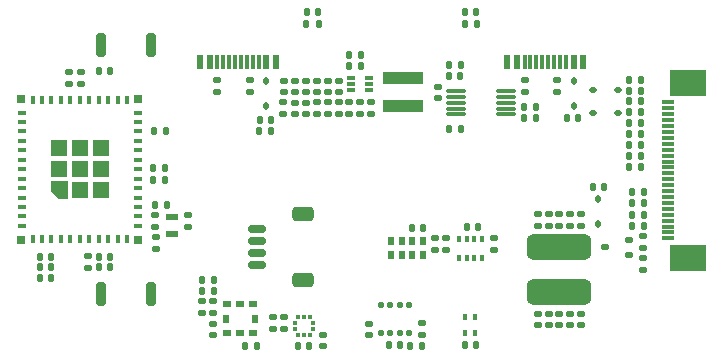
<source format=gtp>
G04 #@! TF.GenerationSoftware,KiCad,Pcbnew,8.0.1*
G04 #@! TF.CreationDate,2024-05-22T20:39:37+03:00*
G04 #@! TF.ProjectId,ESP32-C3_6_pico,45535033-322d-4433-935f-365f7069636f,rev?*
G04 #@! TF.SameCoordinates,Original*
G04 #@! TF.FileFunction,Paste,Top*
G04 #@! TF.FilePolarity,Positive*
%FSLAX46Y46*%
G04 Gerber Fmt 4.6, Leading zero omitted, Abs format (unit mm)*
G04 Created by KiCad (PCBNEW 8.0.1) date 2024-05-22 20:39:37*
%MOMM*%
%LPD*%
G01*
G04 APERTURE LIST*
G04 Aperture macros list*
%AMRoundRect*
0 Rectangle with rounded corners*
0 $1 Rounding radius*
0 $2 $3 $4 $5 $6 $7 $8 $9 X,Y pos of 4 corners*
0 Add a 4 corners polygon primitive as box body*
4,1,4,$2,$3,$4,$5,$6,$7,$8,$9,$2,$3,0*
0 Add four circle primitives for the rounded corners*
1,1,$1+$1,$2,$3*
1,1,$1+$1,$4,$5*
1,1,$1+$1,$6,$7*
1,1,$1+$1,$8,$9*
0 Add four rect primitives between the rounded corners*
20,1,$1+$1,$2,$3,$4,$5,0*
20,1,$1+$1,$4,$5,$6,$7,0*
20,1,$1+$1,$6,$7,$8,$9,0*
20,1,$1+$1,$8,$9,$2,$3,0*%
%AMFreePoly0*
4,1,9,1.047500,0.125027,1.047500,-0.724973,-0.402500,-0.724973,-0.402500,0.724973,0.392500,0.724973,0.392500,0.725027,0.402500,0.724973,0.447500,0.725027,1.047500,0.125027,1.047500,0.125027,$1*%
G04 Aperture macros list end*
%ADD10RoundRect,0.140000X-0.170000X0.140000X-0.170000X-0.140000X0.170000X-0.140000X0.170000X0.140000X0*%
%ADD11RoundRect,0.135000X-0.135000X-0.185000X0.135000X-0.185000X0.135000X0.185000X-0.135000X0.185000X0*%
%ADD12RoundRect,0.135000X0.135000X0.185000X-0.135000X0.185000X-0.135000X-0.185000X0.135000X-0.185000X0*%
%ADD13RoundRect,0.140000X0.140000X0.170000X-0.140000X0.170000X-0.140000X-0.170000X0.140000X-0.170000X0*%
%ADD14RoundRect,0.135000X-0.185000X0.135000X-0.185000X-0.135000X0.185000X-0.135000X0.185000X0.135000X0*%
%ADD15RoundRect,0.200000X0.200000X0.800000X-0.200000X0.800000X-0.200000X-0.800000X0.200000X-0.800000X0*%
%ADD16RoundRect,0.085000X-0.265000X-0.085000X0.265000X-0.085000X0.265000X0.085000X-0.265000X0.085000X0*%
%ADD17RoundRect,0.135000X0.185000X-0.135000X0.185000X0.135000X-0.185000X0.135000X-0.185000X-0.135000X0*%
%ADD18RoundRect,0.112500X0.237500X-0.112500X0.237500X0.112500X-0.237500X0.112500X-0.237500X-0.112500X0*%
%ADD19RoundRect,0.140000X0.170000X-0.140000X0.170000X0.140000X-0.170000X0.140000X-0.170000X-0.140000X0*%
%ADD20RoundRect,0.112500X0.112500X-0.187500X0.112500X0.187500X-0.112500X0.187500X-0.112500X-0.187500X0*%
%ADD21RoundRect,0.140000X-0.140000X-0.170000X0.140000X-0.170000X0.140000X0.170000X-0.140000X0.170000X0*%
%ADD22RoundRect,0.112500X0.187500X0.112500X-0.187500X0.112500X-0.187500X-0.112500X0.187500X-0.112500X0*%
%ADD23RoundRect,0.150000X0.625000X-0.150000X0.625000X0.150000X-0.625000X0.150000X-0.625000X-0.150000X0*%
%ADD24RoundRect,0.250000X0.650000X-0.350000X0.650000X0.350000X-0.650000X0.350000X-0.650000X-0.350000X0*%
%ADD25R,0.600000X1.160000*%
%ADD26R,0.300000X1.160000*%
%ADD27R,3.400000X0.980000*%
%ADD28R,0.300000X0.500000*%
%ADD29R,0.350000X0.500000*%
%ADD30RoundRect,0.147500X0.172500X-0.147500X0.172500X0.147500X-0.172500X0.147500X-0.172500X-0.147500X0*%
%ADD31RoundRect,0.112500X-0.187500X-0.112500X0.187500X-0.112500X0.187500X0.112500X-0.187500X0.112500X0*%
%ADD32RoundRect,0.112500X-0.112500X0.187500X-0.112500X-0.187500X0.112500X-0.187500X0.112500X0.187500X0*%
%ADD33R,0.800000X0.550000*%
%ADD34R,0.550000X0.800000*%
%ADD35R,0.500000X0.800000*%
%ADD36RoundRect,0.147500X-0.147500X-0.172500X0.147500X-0.172500X0.147500X0.172500X-0.147500X0.172500X0*%
%ADD37R,0.400000X0.800000*%
%ADD38R,0.800000X0.400000*%
%ADD39R,1.450000X1.450000*%
%ADD40FreePoly0,180.000000*%
%ADD41R,0.700000X0.700000*%
%ADD42RoundRect,0.537500X2.212500X-0.537500X2.212500X0.537500X-2.212500X0.537500X-2.212500X-0.537500X0*%
%ADD43RoundRect,0.087500X0.725000X0.087500X-0.725000X0.087500X-0.725000X-0.087500X0.725000X-0.087500X0*%
%ADD44R,1.100000X0.600000*%
%ADD45RoundRect,0.125000X-0.125000X-0.137500X0.125000X-0.137500X0.125000X0.137500X-0.125000X0.137500X0*%
%ADD46R,1.100000X0.300000*%
%ADD47R,3.100000X2.300000*%
%ADD48R,0.325000X0.300000*%
%ADD49R,0.300000X0.325000*%
G04 APERTURE END LIST*
D10*
G04 #@! TO.C,C31*
X166039999Y-103720000D03*
X166039999Y-104680000D03*
G04 #@! TD*
D11*
G04 #@! TO.C,R5*
X138790001Y-96640000D03*
X139809999Y-96640000D03*
G04 #@! TD*
D12*
G04 #@! TO.C,R26*
X171359999Y-102800000D03*
X170340001Y-102800000D03*
G04 #@! TD*
D13*
G04 #@! TO.C,C44*
X171080000Y-92310000D03*
X170120000Y-92310000D03*
G04 #@! TD*
D14*
G04 #@! TO.C,R18*
X161250000Y-92310001D03*
X161250000Y-93329999D03*
G04 #@! TD*
D15*
G04 #@! TO.C,SW2*
X129625000Y-110425000D03*
X125425000Y-110425000D03*
G04 #@! TD*
D16*
G04 #@! TO.C,U3*
X146560000Y-92207502D03*
X146560000Y-92707501D03*
X146560000Y-93207500D03*
X148060000Y-93207500D03*
X148060000Y-92707501D03*
X148060000Y-92207502D03*
G04 #@! TD*
D17*
G04 #@! TO.C,R14*
X140825000Y-95254999D03*
X140825000Y-94235001D03*
G04 #@! TD*
D18*
G04 #@! TO.C,Q1*
X170100000Y-107150000D03*
X170100000Y-105850000D03*
X168100000Y-106500000D03*
G04 #@! TD*
D10*
G04 #@! TO.C,C19*
X143660001Y-94239999D03*
X143660001Y-95199999D03*
G04 #@! TD*
G04 #@! TO.C,C34*
X163280000Y-103720000D03*
X163280000Y-104680000D03*
G04 #@! TD*
D12*
G04 #@! TO.C,R17*
X157209999Y-87600000D03*
X156190001Y-87600000D03*
G04 #@! TD*
D19*
G04 #@! TO.C,C17*
X144580001Y-93380000D03*
X144580001Y-92420000D03*
G04 #@! TD*
D20*
G04 #@! TO.C,D8*
X165400000Y-94540000D03*
X165400000Y-92440000D03*
G04 #@! TD*
D10*
G04 #@! TO.C,C55*
X134900000Y-112970000D03*
X134900000Y-113930000D03*
G04 #@! TD*
D13*
G04 #@! TO.C,C41*
X171080000Y-95080000D03*
X170120000Y-95080000D03*
G04 #@! TD*
D12*
G04 #@! TO.C,R9*
X130839999Y-99830001D03*
X129820001Y-99830001D03*
G04 #@! TD*
D21*
G04 #@! TO.C,C1*
X125220000Y-91550000D03*
X126180000Y-91550000D03*
G04 #@! TD*
D13*
G04 #@! TO.C,C7*
X121200000Y-109140000D03*
X120240000Y-109140000D03*
G04 #@! TD*
D22*
G04 #@! TO.C,D5*
X169125000Y-95125000D03*
X167025000Y-95125000D03*
G04 #@! TD*
D10*
G04 #@! TO.C,C22*
X146420000Y-94239999D03*
X146420000Y-95199999D03*
G04 #@! TD*
G04 #@! TO.C,C29*
X162360001Y-112120000D03*
X162360001Y-113080000D03*
G04 #@! TD*
G04 #@! TO.C,C26*
X165120000Y-112120000D03*
X165120000Y-113080000D03*
G04 #@! TD*
D13*
G04 #@! TO.C,C40*
X171080000Y-96000000D03*
X170120000Y-96000000D03*
G04 #@! TD*
D11*
G04 #@! TO.C,R13*
X146380000Y-91130000D03*
X147400000Y-91130000D03*
G04 #@! TD*
D17*
G04 #@! TO.C,R10*
X130000000Y-104809999D03*
X130000000Y-103790001D03*
G04 #@! TD*
D23*
G04 #@! TO.C,J2*
X138600000Y-108000000D03*
X138600000Y-107000000D03*
X138600000Y-106000000D03*
X138600000Y-105000000D03*
D24*
X142475000Y-109300000D03*
X142475000Y-103700000D03*
G04 #@! TD*
D25*
G04 #@! TO.C,U5*
X166200001Y-90810000D03*
X165400001Y-90810000D03*
D26*
X164250000Y-90810000D03*
X163250001Y-90810000D03*
X162750001Y-90810000D03*
X161750002Y-90810000D03*
D25*
X160600001Y-90810000D03*
X159800001Y-90810000D03*
X159800001Y-90810000D03*
X160600001Y-90810000D03*
D26*
X161250001Y-90810000D03*
X162250001Y-90810000D03*
X163750001Y-90810000D03*
X164750001Y-90810000D03*
D25*
X165400001Y-90810000D03*
X166200001Y-90810000D03*
G04 #@! TD*
D13*
G04 #@! TO.C,C43*
X171080000Y-93240001D03*
X170120000Y-93240001D03*
G04 #@! TD*
D10*
G04 #@! TO.C,C20*
X148260000Y-94240000D03*
X148260000Y-95200000D03*
G04 #@! TD*
D27*
G04 #@! TO.C,L1*
X150980000Y-92184999D03*
X150980000Y-94555001D03*
G04 #@! TD*
D14*
G04 #@! TO.C,R29*
X139925000Y-112415001D03*
X139925000Y-113434999D03*
G04 #@! TD*
D21*
G04 #@! TO.C,C57*
X151720000Y-104900000D03*
X152680000Y-104900000D03*
G04 #@! TD*
D14*
G04 #@! TO.C,R31*
X133950000Y-111090001D03*
X133950000Y-112109999D03*
G04 #@! TD*
D10*
G04 #@! TO.C,C54*
X144225000Y-113920000D03*
X144225000Y-114880000D03*
G04 #@! TD*
D19*
G04 #@! TO.C,C4*
X140900000Y-93380000D03*
X140900000Y-92420000D03*
G04 #@! TD*
D13*
G04 #@! TO.C,C5*
X165800000Y-95550000D03*
X164840000Y-95550000D03*
G04 #@! TD*
D10*
G04 #@! TO.C,C28*
X163280000Y-112120000D03*
X163280000Y-113080000D03*
G04 #@! TD*
D13*
G04 #@! TO.C,C35*
X171330000Y-104700000D03*
X170370000Y-104700000D03*
G04 #@! TD*
D28*
G04 #@! TO.C,U7*
X157050000Y-112400000D03*
X156250000Y-112400000D03*
X156250000Y-113800000D03*
X157050000Y-113800000D03*
G04 #@! TD*
D12*
G04 #@! TO.C,R6*
X130859999Y-96700000D03*
X129840001Y-96700000D03*
G04 #@! TD*
D29*
G04 #@! TO.C,U8*
X157650001Y-107400000D03*
X157000000Y-107400000D03*
X156350000Y-107400000D03*
X155699999Y-107400000D03*
X155699999Y-105800000D03*
X156350000Y-105800000D03*
X157000000Y-105800000D03*
X157650001Y-105800000D03*
G04 #@! TD*
D30*
G04 #@! TO.C,FB1*
X142725000Y-95230000D03*
X142725000Y-94260000D03*
G04 #@! TD*
D13*
G04 #@! TO.C,C37*
X171080000Y-98760000D03*
X170120000Y-98760000D03*
G04 #@! TD*
D19*
G04 #@! TO.C,C18*
X145500000Y-93380000D03*
X145500000Y-92420000D03*
G04 #@! TD*
D31*
G04 #@! TO.C,D6*
X167025000Y-93225000D03*
X169125000Y-93225000D03*
G04 #@! TD*
D11*
G04 #@! TO.C,R35*
X133915001Y-110200000D03*
X134934999Y-110200000D03*
G04 #@! TD*
D21*
G04 #@! TO.C,C49*
X156170000Y-114800001D03*
X157130000Y-114800001D03*
G04 #@! TD*
D14*
G04 #@! TO.C,R33*
X154625000Y-105740001D03*
X154625000Y-106759999D03*
G04 #@! TD*
D13*
G04 #@! TO.C,C6*
X121200000Y-108220000D03*
X120240000Y-108220000D03*
G04 #@! TD*
D10*
G04 #@! TO.C,C13*
X132735000Y-103810000D03*
X132735000Y-104770000D03*
G04 #@! TD*
D14*
G04 #@! TO.C,R30*
X134900000Y-111090001D03*
X134900000Y-112109999D03*
G04 #@! TD*
G04 #@! TO.C,R15*
X171300000Y-107450001D03*
X171300000Y-108469999D03*
G04 #@! TD*
D32*
G04 #@! TO.C,D7*
X167500000Y-102450000D03*
X167500000Y-104550000D03*
G04 #@! TD*
D10*
G04 #@! TO.C,C32*
X165120000Y-103720000D03*
X165120000Y-104680000D03*
G04 #@! TD*
D13*
G04 #@! TO.C,C53*
X143030000Y-114850000D03*
X142070000Y-114850000D03*
G04 #@! TD*
D33*
G04 #@! TO.C,U11*
X138300000Y-111325000D03*
X137200000Y-111325000D03*
X136100000Y-111325000D03*
D34*
X135975000Y-112550000D03*
D33*
X136100000Y-113775000D03*
X137200000Y-113775000D03*
X138300000Y-113775000D03*
D34*
X138425000Y-112550000D03*
G04 #@! TD*
D21*
G04 #@! TO.C,C8*
X125220000Y-107300000D03*
X126180000Y-107300000D03*
G04 #@! TD*
D19*
G04 #@! TO.C,C14*
X141820000Y-93380000D03*
X141820000Y-92420000D03*
G04 #@! TD*
D14*
G04 #@! TO.C,R3*
X137975000Y-92315001D03*
X137975000Y-93334999D03*
G04 #@! TD*
D13*
G04 #@! TO.C,C11*
X121200000Y-107300000D03*
X120240000Y-107300000D03*
G04 #@! TD*
D35*
G04 #@! TO.C,U2*
X149950000Y-107200000D03*
X150850000Y-107200000D03*
X151750000Y-107200000D03*
X152650000Y-107200000D03*
X152650000Y-106000000D03*
X151750000Y-106000000D03*
X150850000Y-106000000D03*
X149950000Y-106000000D03*
G04 #@! TD*
D13*
G04 #@! TO.C,C39*
X171080000Y-96920000D03*
X170120000Y-96920000D03*
G04 #@! TD*
D10*
G04 #@! TO.C,C27*
X164200000Y-112120000D03*
X164200000Y-113080000D03*
G04 #@! TD*
G04 #@! TO.C,C24*
X144580000Y-94240000D03*
X144580000Y-95200000D03*
G04 #@! TD*
D20*
G04 #@! TO.C,D2*
X139400000Y-94550000D03*
X139400000Y-92450000D03*
G04 #@! TD*
D13*
G04 #@! TO.C,C56*
X138580000Y-114850000D03*
X137620000Y-114850000D03*
G04 #@! TD*
D14*
G04 #@! TO.C,R19*
X163980000Y-92310001D03*
X163980000Y-93329999D03*
G04 #@! TD*
D36*
G04 #@! TO.C,D3*
X138815000Y-95700000D03*
X139785000Y-95700000D03*
G04 #@! TD*
D19*
G04 #@! TO.C,C16*
X143660000Y-93380000D03*
X143660000Y-92420000D03*
G04 #@! TD*
D12*
G04 #@! TO.C,R8*
X130839999Y-100770000D03*
X129820001Y-100770000D03*
G04 #@! TD*
D11*
G04 #@! TO.C,R22*
X154830000Y-91100000D03*
X155850000Y-91100000D03*
G04 #@! TD*
D21*
G04 #@! TO.C,C47*
X156345000Y-104825000D03*
X157305000Y-104825000D03*
G04 #@! TD*
D12*
G04 #@! TO.C,R1*
X152597499Y-114827500D03*
X151577501Y-114827500D03*
G04 #@! TD*
D13*
G04 #@! TO.C,C52*
X150697500Y-114817500D03*
X149737500Y-114817500D03*
G04 #@! TD*
D14*
G04 #@! TO.C,R4*
X135250000Y-92315001D03*
X135250000Y-93334999D03*
G04 #@! TD*
D37*
G04 #@! TO.C,U1*
X119600000Y-105800000D03*
X120400000Y-105800000D03*
X121200000Y-105800000D03*
X122000000Y-105800000D03*
X122800001Y-105800000D03*
X123600000Y-105800000D03*
X124399999Y-105800000D03*
X125200000Y-105800000D03*
X126000000Y-105800000D03*
X126800000Y-105800000D03*
X127600000Y-105800000D03*
D38*
X128500000Y-104700000D03*
X128500000Y-103900000D03*
X128500000Y-103100000D03*
X128500000Y-102300000D03*
X128500000Y-101500000D03*
X128500000Y-100700000D03*
X128500000Y-99900000D03*
X128500000Y-99100000D03*
X128500000Y-98300000D03*
X128500000Y-97500000D03*
X128500000Y-96700000D03*
X128500000Y-95900000D03*
X128500000Y-95100000D03*
D37*
X127600000Y-94000000D03*
X126800000Y-94000000D03*
X126000000Y-94000000D03*
X125200000Y-94000000D03*
X124399999Y-94000000D03*
X123600000Y-94000000D03*
X122800001Y-94000000D03*
X122000000Y-94000000D03*
X121200000Y-94000000D03*
X120400000Y-94000000D03*
X119600000Y-94000000D03*
D38*
X118700000Y-95100000D03*
X118700000Y-95900000D03*
X118700000Y-96700000D03*
X118700000Y-97500000D03*
X118700000Y-98300000D03*
X118700000Y-99100000D03*
X118700000Y-99900000D03*
X118700000Y-100700000D03*
X118700000Y-101500000D03*
X118700000Y-102300000D03*
X118700000Y-103100000D03*
X118700000Y-103900000D03*
X118700000Y-104700000D03*
D39*
X123600000Y-101675001D03*
X125375000Y-101675000D03*
D40*
X122147500Y-101674973D03*
D39*
X121824999Y-99900000D03*
X123600000Y-99900000D03*
X125375001Y-99900000D03*
X121825000Y-98125000D03*
X125375000Y-98125000D03*
X123600000Y-98124999D03*
D41*
X118650000Y-93950000D03*
X128550000Y-93950000D03*
X128550000Y-105850000D03*
X118650000Y-105850000D03*
G04 #@! TD*
D42*
G04 #@! TO.C,L2*
X164200000Y-110325001D03*
X164200000Y-106474999D03*
G04 #@! TD*
D43*
G04 #@! TO.C,U6*
X159712500Y-95259999D03*
X159712500Y-94759998D03*
X159712500Y-94259999D03*
X159712500Y-93760000D03*
X159712500Y-93259999D03*
X155487500Y-93259999D03*
X155487500Y-93760000D03*
X155487500Y-94259999D03*
X155487500Y-94759998D03*
X155487500Y-95259999D03*
G04 #@! TD*
D44*
G04 #@! TO.C,Y1*
X131375000Y-105375000D03*
X131375000Y-103975000D03*
G04 #@! TD*
D21*
G04 #@! TO.C,C48*
X154870000Y-96475000D03*
X155830000Y-96475000D03*
G04 #@! TD*
D12*
G04 #@! TO.C,R12*
X147399999Y-90190000D03*
X146380001Y-90190000D03*
G04 #@! TD*
D17*
G04 #@! TO.C,R23*
X123660000Y-92669999D03*
X123660000Y-91650001D03*
G04 #@! TD*
D19*
G04 #@! TO.C,C15*
X142740000Y-93380000D03*
X142740000Y-92420000D03*
G04 #@! TD*
D45*
G04 #@! TO.C,U12*
X149100000Y-111412500D03*
X149900000Y-111412500D03*
X150700000Y-111412500D03*
X151500000Y-111412500D03*
X151500000Y-113787500D03*
X150700000Y-113787500D03*
X149900000Y-113787500D03*
X149100000Y-113787500D03*
G04 #@! TD*
D17*
G04 #@! TO.C,R27*
X152547500Y-113917499D03*
X152547500Y-112897501D03*
G04 #@! TD*
D10*
G04 #@! TO.C,C21*
X147339999Y-94240000D03*
X147339999Y-95200000D03*
G04 #@! TD*
D30*
G04 #@! TO.C,D4*
X141775000Y-95230000D03*
X141775000Y-94260000D03*
G04 #@! TD*
D13*
G04 #@! TO.C,C36*
X171330000Y-103750000D03*
X170370000Y-103750000D03*
G04 #@! TD*
D46*
G04 #@! TO.C,U4*
X173425000Y-105750000D03*
X173425000Y-105250000D03*
X173425000Y-104750000D03*
X173425000Y-104250000D03*
X173425000Y-103750000D03*
X173425000Y-103250000D03*
X173425000Y-102750000D03*
X173425000Y-102250000D03*
X173425000Y-101750000D03*
X173425000Y-101250000D03*
X173425000Y-100750000D03*
X173425000Y-100250000D03*
X173425000Y-99750000D03*
X173425000Y-99250000D03*
X173425000Y-98750000D03*
X173425000Y-98250000D03*
X173425000Y-97750000D03*
X173425000Y-97250000D03*
X173425000Y-96750000D03*
X173425000Y-96250000D03*
X173425000Y-95750000D03*
X173425000Y-95250000D03*
X173425000Y-94750000D03*
X173425000Y-94250000D03*
D47*
X175125000Y-107420000D03*
X175125000Y-92580000D03*
G04 #@! TD*
D11*
G04 #@! TO.C,R34*
X133915001Y-109250000D03*
X134934999Y-109250000D03*
G04 #@! TD*
D36*
G04 #@! TO.C,D9*
X154855000Y-92040000D03*
X155825000Y-92040000D03*
G04 #@! TD*
D21*
G04 #@! TO.C,C10*
X167020000Y-101375000D03*
X167980000Y-101375000D03*
G04 #@! TD*
D13*
G04 #@! TO.C,C42*
X171080000Y-94160000D03*
X170120000Y-94160000D03*
G04 #@! TD*
D15*
G04 #@! TO.C,SW1*
X129625000Y-89375000D03*
X125425000Y-89375000D03*
G04 #@! TD*
D10*
G04 #@! TO.C,C23*
X145500000Y-94240000D03*
X145500000Y-95200000D03*
G04 #@! TD*
D19*
G04 #@! TO.C,C51*
X148067500Y-113922500D03*
X148067500Y-112962500D03*
G04 #@! TD*
D11*
G04 #@! TO.C,R2*
X142790000Y-87600000D03*
X143810000Y-87600000D03*
G04 #@! TD*
D12*
G04 #@! TO.C,R11*
X130984999Y-102900000D03*
X129965001Y-102900000D03*
G04 #@! TD*
D14*
G04 #@! TO.C,R32*
X153675000Y-105740001D03*
X153675000Y-106759999D03*
G04 #@! TD*
D19*
G04 #@! TO.C,C50*
X153950000Y-93905000D03*
X153950000Y-92945000D03*
G04 #@! TD*
D10*
G04 #@! TO.C,C25*
X166039999Y-112120000D03*
X166039999Y-113080000D03*
G04 #@! TD*
D12*
G04 #@! TO.C,R21*
X162219999Y-95539999D03*
X161200001Y-95539999D03*
G04 #@! TD*
D13*
G04 #@! TO.C,C45*
X157180000Y-86600000D03*
X156220000Y-86600000D03*
G04 #@! TD*
D10*
G04 #@! TO.C,C46*
X158700000Y-105745000D03*
X158700000Y-106705000D03*
G04 #@! TD*
D48*
G04 #@! TO.C,U10*
X143300000Y-113425000D03*
X143300000Y-112925000D03*
D49*
X143050000Y-112400000D03*
X142550000Y-112400000D03*
X142050000Y-112400000D03*
D48*
X141800000Y-112925000D03*
X141800000Y-113425000D03*
D49*
X142050000Y-113950000D03*
X142550000Y-113950000D03*
X143050000Y-113950000D03*
G04 #@! TD*
D21*
G04 #@! TO.C,C2*
X125220000Y-108220000D03*
X126180000Y-108220000D03*
G04 #@! TD*
D10*
G04 #@! TO.C,C12*
X130015000Y-105660000D03*
X130015000Y-106620000D03*
G04 #@! TD*
D21*
G04 #@! TO.C,C3*
X142820000Y-86600000D03*
X143780000Y-86600000D03*
G04 #@! TD*
D13*
G04 #@! TO.C,C38*
X171080000Y-97840000D03*
X170120000Y-97840000D03*
G04 #@! TD*
D10*
G04 #@! TO.C,C30*
X162360001Y-103720000D03*
X162360001Y-104680000D03*
G04 #@! TD*
D14*
G04 #@! TO.C,R28*
X140874999Y-112415001D03*
X140874999Y-113434999D03*
G04 #@! TD*
D12*
G04 #@! TO.C,R20*
X162219999Y-94600000D03*
X161200001Y-94600000D03*
G04 #@! TD*
D17*
G04 #@! TO.C,R24*
X122720000Y-92669999D03*
X122720000Y-91650001D03*
G04 #@! TD*
D10*
G04 #@! TO.C,C33*
X164200000Y-103720000D03*
X164200000Y-104680000D03*
G04 #@! TD*
D13*
G04 #@! TO.C,C9*
X171080000Y-99680000D03*
X170120000Y-99680000D03*
G04 #@! TD*
D25*
G04 #@! TO.C,J1*
X140200000Y-90810000D03*
X139400000Y-90810000D03*
D26*
X138249999Y-90810000D03*
X137250000Y-90810000D03*
X136750000Y-90810000D03*
X135750001Y-90810000D03*
D25*
X134600000Y-90810000D03*
X133800000Y-90810000D03*
X133800000Y-90810000D03*
X134600000Y-90810000D03*
D26*
X135250000Y-90810000D03*
X136250000Y-90810000D03*
X137750000Y-90810000D03*
X138750000Y-90810000D03*
D25*
X139400000Y-90810000D03*
X140200000Y-90810000D03*
G04 #@! TD*
D14*
G04 #@! TO.C,R16*
X171300000Y-105590001D03*
X171300000Y-106609999D03*
G04 #@! TD*
D17*
G04 #@! TO.C,R7*
X124320000Y-108279999D03*
X124320000Y-107260001D03*
G04 #@! TD*
D11*
G04 #@! TO.C,R25*
X170340000Y-101860000D03*
X171360000Y-101860000D03*
G04 #@! TD*
M02*

</source>
